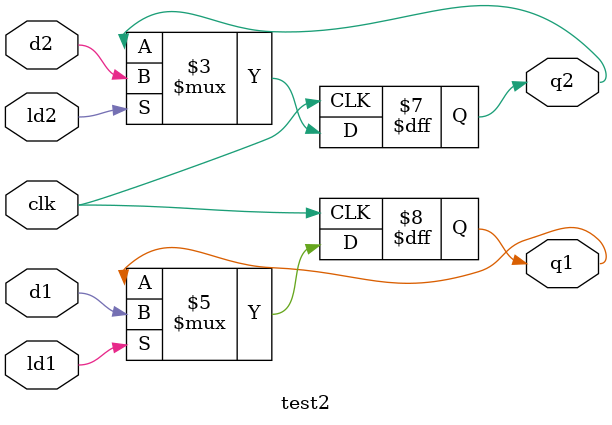
<source format=v>



module test2(input d1, d2, input clk, ld1, ld2, output reg q1, q2);
    always @(posedge clk)
    begin
        begin
            if(ld1)
                q1<=d1;
        end


    end
        always @(posedge clk)
    begin

        begin
            if(ld2)
                q2<=d2;
        end

    end
            
endmodule

</source>
